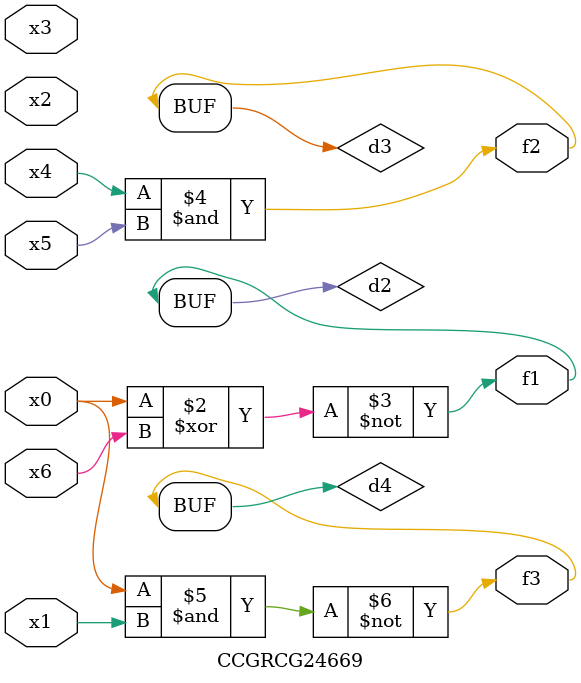
<source format=v>
module CCGRCG24669(
	input x0, x1, x2, x3, x4, x5, x6,
	output f1, f2, f3
);

	wire d1, d2, d3, d4;

	nor (d1, x0);
	xnor (d2, x0, x6);
	and (d3, x4, x5);
	nand (d4, x0, x1);
	assign f1 = d2;
	assign f2 = d3;
	assign f3 = d4;
endmodule

</source>
